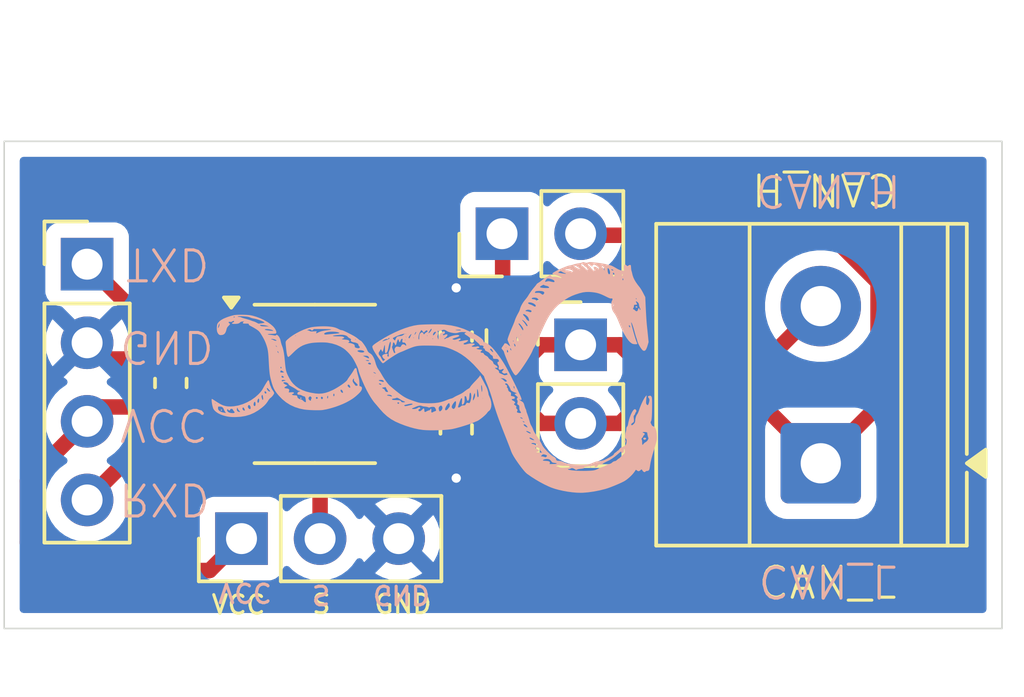
<source format=kicad_pcb>
(kicad_pcb (version 20241229) (generator "pcbnew") (generator_version "9.0")
  (title_block (title "TJA1051 Breakout Board") (rev "V1.1"))
  (layers (0 "F.Cu" signal) (2 "B.Cu" signal) (13 "F.Paste" user) (15 "B.Paste" user) (5 "F.SilkS" user "F.Silkscreen") (7 "B.SilkS" user "B.Silkscreen") (1 "F.Mask" user) (3 "B.Mask" user) (25 "Edge.Cuts" user))
  (net 0 "")
  (net 1 "GND")
  (net 3 "/TermRes_CANH")
  (net 4 "/RXD")
  (net 5 "/TXD")
  (net 6 "VCC")
  (net 7 "/CAN_S")
  (net 8 "/CAN-")
  (net 9 "/CAN+")
  (footprint "Connector_PinHeader_2.54mm:PinHeader_1x04_P2.54mm_Vertical" (layer "F.Cu") (at 93.47 88.81)
    (property "Reference" "J4" (hide yes))
    (property "Value" "Jumper")
    (pad "1" thru_hole rect (at 0 0) (size 1.7 1.7) (drill 1) (layers "*.Cu" "*.Mask") (net 5 "/TXD"))
    (pad "2" thru_hole circle (at 0 2.54) (size 1.7 1.7) (drill 1) (layers "*.Cu" "*.Mask") (net 1 "GND"))
    (pad "3" thru_hole circle (at 0 5.08) (size 1.7 1.7) (drill 1) (layers "*.Cu" "*.Mask") (net 6 "VCC"))
    (pad "4" thru_hole circle (at 0 7.62) (size 1.7 1.7) (drill 1) (layers "*.Cu" "*.Mask") (net 4 "/RXD"))
  )
  (footprint "Connector_PinHeader_2.54mm:PinHeader_1x03_P2.54mm_Vertical" (layer "F.Cu") (at 98.460001 97.68 90)
    (property "Reference" "J5" (hide yes))
    (property "Value" "CANS Jumper")
    (pad "1" thru_hole rect (at 0 0 90) (size 1.7 1.7) (drill 1) (layers "*.Cu" "*.Mask") (net 6 "VCC"))
    (pad "2" thru_hole circle (at 0 2.54 90) (size 1.7 1.7) (drill 1) (layers "*.Cu" "*.Mask") (net 7 "/CAN_S"))
    (pad "3" thru_hole circle (at 0 5.079999 90) (size 1.7 1.7) (drill 1) (layers "*.Cu" "*.Mask") (net 1 "GND"))
  )
  (footprint "Capacitor_SMD:C_0603_1608Metric" (layer "F.Cu") (at 105.4 94.15 -90)
    (property "Reference" "C1" (hide yes))
    (property "Value" "30pF")
    (pad "1" smd roundrect (at -0.775 0 270) (size 0.9 0.95) (layers "F.Cu" "F.Mask" "F.Paste") (net 8 "/CAN-"))
    (pad "2" smd roundrect (at 0.775 0 270) (size 0.9 0.95) (layers "F.Cu" "F.Mask" "F.Paste") (net 1 "GND"))
  )
  (footprint "Capacitor_SMD:C_0603_1608Metric" (layer "F.Cu") (at 105.4 91.15 90)
    (property "Reference" "C2" (hide yes))
    (property "Value" "30pF")
    (pad "1" smd roundrect (at -0.775 0 90) (size 0.9 0.95) (layers "F.Cu" "F.Mask" "F.Paste") (net 9 "/CAN+"))
    (pad "2" smd roundrect (at 0.775 0 90) (size 0.9 0.95) (layers "F.Cu" "F.Mask" "F.Paste") (net 1 "GND"))
  )
  (footprint "Package_SO:SOIC-8_3.9x4.9mm_P1.27mm" (layer "F.Cu") (at 100.83 92.679999)
    (property "Reference" "U1" (hide yes))
    (property "Value" "TJA1051T")
    (pad "1" smd roundrect (at -2.475 -1.905) (size 1.95 0.6) (layers "F.Cu" "F.Mask" "F.Paste") (net 5 "/TXD"))
    (pad "2" smd roundrect (at -2.475 -0.635) (size 1.95 0.6) (layers "F.Cu" "F.Mask" "F.Paste") (net 1 "GND"))
    (pad "3" smd roundrect (at -2.475 0.635) (size 1.95 0.6) (layers "F.Cu" "F.Mask" "F.Paste") (net 6 "VCC"))
    (pad "4" smd roundrect (at -2.475 1.905) (size 1.95 0.6) (layers "F.Cu" "F.Mask" "F.Paste") (net 4 "/RXD"))
    (pad "5" smd roundrect (at 2.475 1.905) (size 1.95 0.6) (layers "F.Cu" "F.Mask" "F.Paste"))
    (pad "6" smd roundrect (at 2.475 0.635) (size 1.95 0.6) (layers "F.Cu" "F.Mask" "F.Paste") (net 8 "/CAN-"))
    (pad "7" smd roundrect (at 2.475 -0.635) (size 1.95 0.6) (layers "F.Cu" "F.Mask" "F.Paste") (net 9 "/CAN+"))
    (pad "8" smd roundrect (at 2.475 -1.905) (size 1.95 0.6) (layers "F.Cu" "F.Mask" "F.Paste") (net 7 "/CAN_S"))
  )
  (footprint "Connector_PinHeader_2.54mm:PinHeader_1x02_P2.54mm_Vertical" (layer "F.Cu") (at 106.88 87.825 90)
    (property "Reference" "J1" (hide yes))
    (property "Value" "Termination Jumper")
    (pad "1" thru_hole rect (at 0 0 90) (size 1.7 1.7) (drill 1) (layers "*.Cu" "*.Mask") (net 3 "/TermRes_CANH"))
    (pad "2" thru_hole circle (at 0 2.54 90) (size 1.7 1.7) (drill 1) (layers "*.Cu" "*.Mask") (net 8 "/CAN-"))
  )
  (footprint "TerminalBlock_Phoenix:TerminalBlock_Phoenix_MKDS-1,5-2-5.08_1x02_P5.08mm_Horizontal" (layer "F.Cu") (at 117.1825 95.245001 90)
    (property "Reference" "J2" (hide yes))
    (property "Value" "Phoenix Block")
    (pad "1" thru_hole roundrect (at 0 0 90) (size 2.6 2.6) (drill 1.3) (layers "*.Cu" "*.Mask") (roundrect_rratio 0.096154) (net 8 "/CAN-"))
    (pad "2" thru_hole circle (at 5.079999 0 90) (size 2.6 2.6) (drill 1.3) (layers "*.Cu" "*.Mask") (net 9 "/CAN+"))
  )
  (footprint "Capacitor_SMD:C_0603_1608Metric" (layer "F.Cu") (at 96.175 92.65 90)
    (property "Reference" "C3" (hide yes))
    (property "Value" "0.1uF")
    (pad "1" smd roundrect (at -0.775 0 90) (size 0.9 0.95) (layers "F.Cu" "F.Mask" "F.Paste") (net 6 "VCC"))
    (pad "2" smd roundrect (at 0.775 0 90) (size 0.9 0.95) (layers "F.Cu" "F.Mask" "F.Paste") (net 1 "GND"))
  )
  (footprint "Connector_PinHeader_2.54mm:PinHeader_1x02_P2.54mm_Vertical" (layer "F.Cu") (at 109.42 91.415)
    (property "Reference" "J3" (hide yes))
    (property "Value" "CAN Jumper")
    (pad "1" thru_hole rect (at 0 0) (size 1.7 1.7) (drill 1) (layers "*.Cu" "*.Mask") (net 9 "/CAN+"))
    (pad "2" thru_hole circle (at 0 2.54) (size 1.7 1.7) (drill 1) (layers "*.Cu" "*.Mask") (net 8 "/CAN-"))
  )
  (footprint "Resistor_SMD:R_0603_1608Metric" (layer "F.Cu") (at 106.9 91.175 -90)
    (property "Reference" "R1" (hide yes))
    (property "Value" "120")
    (pad "1" smd roundrect (at -0.825 0 270) (size 0.8 0.95) (layers "F.Cu" "F.Mask" "F.Paste") (net 3 "/TermRes_CANH"))
    (pad "2" smd roundrect (at 0.825 0 270) (size 0.8 0.95) (layers "F.Cu" "F.Mask" "F.Paste") (net 9 "/CAN+"))
  )
  (footprint "LOGO" (layer "B.Cu") (at 104.647099 92.495995 90)
    (property "Reference" "G***" (hide yes))
    (property "Value" "LOGO" (hide yes))
  )
  (gr_rect (start 90.79 84.839999) (end 123.04 100.584999) (stroke (width 0.05)) (fill no) (layer "Edge.Cuts"))
  (gr_text "CAN_L" (at 115.1 99.7 0) (layer "F.SilkS") (effects (font (size 1 1) (thickness 0.1)) (justify left bottom)))
  (gr_text "VCC" (at 97.44 100.17 0) (layer "F.SilkS") (effects (font (size 0.6 0.6) (thickness 0.1)) (justify left bottom)))
  (gr_text "S" (at 100.69 100.15 0) (layer "F.SilkS") (effects (font (size 0.6 0.6) (thickness 0.1)) (justify left bottom)))
  (gr_text "GND" (at 102.7 100.15 0) (layer "F.SilkS") (effects (font (size 0.6 0.6) (thickness 0.1)) (justify left bottom)))
  (gr_text "CAN_H" (at 119.725 85.8 180) (layer "F.SilkS") (effects (font (size 1 1) (thickness 0.1)) (justify left bottom)))
  (gr_text "GND" (at 94.46 90.89 180) (layer "B.SilkS") (effects (font (size 1 1) (thickness 0.1)) (justify left bottom mirror)))
  (gr_text "S" (at 100.68 99.14 180) (layer "B.SilkS") (effects (font (size 0.6 0.6) (thickness 0.1)) (justify left bottom mirror)))
  (gr_text "RXD" (at 94.43 95.82 180) (layer "B.SilkS") (effects (font (size 1 1) (thickness 0.1)) (justify left bottom mirror)))
  (gr_text "VCC" (at 97.65 99.07 180) (layer "B.SilkS") (effects (font (size 0.6 0.6) (thickness 0.1)) (justify left bottom mirror)))
  (gr_text "VCC" (at 94.46 93.41 180) (layer "B.SilkS") (effects (font (size 1 1) (thickness 0.1)) (justify left bottom mirror)))
  (gr_text "GND" (at 102.65 99.14 180) (layer "B.SilkS") (effects (font (size 0.6 0.6) (thickness 0.1)) (justify left bottom mirror)))
  (gr_text "CAN_L" (at 115.1 98.475 180) (layer "B.SilkS") (effects (font (size 1 1) (thickness 0.1)) (justify left bottom mirror)))
  (gr_text "CAN_H" (at 115 85.85 180) (layer "B.SilkS") (effects (font (size 1 1) (thickness 0.1)) (justify left bottom mirror)))
  (gr_text "TXD" (at 94.65 88.22 180) (layer "B.SilkS") (effects (font (size 1 1) (thickness 0.1)) (justify left bottom mirror)))
  (segment (start 105.4 89.575) (end 105.4 90.375) (width 0.5) (layer "F.Cu") (net 1))
  (segment (start 98.355 92.044999) (end 96.344999 92.044999) (width 0.5) (layer "F.Cu") (net 1))
  (segment (start 96.344999 92.044999) (end 96.175 91.875) (width 0.5) (layer "F.Cu") (net 1))
  (segment (start 93.995 91.875) (end 96.175 91.875) (width 0.5) (layer "F.Cu") (net 1))
  (segment (start 105.4 95.725) (end 105.4 94.925) (width 0.5) (layer "F.Cu") (net 1))
  (segment (start 93.47 91.35) (end 93.995 91.875) (width 0.5) (layer "F.Cu") (net 1))
  (via (at 105.4 95.725) (size 0.6) (drill 0.3) (layers "F.Cu" "B.Cu") (net 1))
  (via (at 105.4 89.575) (size 0.6) (drill 0.3) (layers "F.Cu" "B.Cu") (net 1))
  (segment (start 93.48 91.36) (end 93.47 91.35) (width 0.5) (layer "B.Cu") (net 1))
  (segment (start 106.9 90.35) (end 106.9 87.89) (width 0.5) (layer "F.Cu") (net 3))
  (segment (start 106.9 87.89) (end 106.885 87.875) (width 0.5) (layer "F.Cu") (net 3))
  (segment (start 98.355 94.584999) (end 95.315001 94.584999) (width 0.5) (layer "F.Cu") (net 4))
  (segment (start 95.315001 94.584999) (end 93.47 96.43) (width 0.5) (layer "F.Cu") (net 4))
  (segment (start 95.434999 90.774999) (end 93.47 88.81) (width 0.5) (layer "F.Cu") (net 5))
  (segment (start 98.355 90.774999) (end 95.434999 90.774999) (width 0.5) (layer "F.Cu") (net 5))
  (segment (start 97.430001 98.71) (end 98.460001 97.68) (width 0.5) (layer "F.Cu") (net 6))
  (segment (start 96.285001 93.314999) (end 96.175 93.425) (width 0.5) (layer "F.Cu") (net 6))
  (segment (start 93.47 93.89) (end 91.541 95.819) (width 0.5) (layer "F.Cu") (net 6))
  (segment (start 91.541 95.819) (end 91.541 97.801) (width 0.5) (layer "F.Cu") (net 6))
  (segment (start 93.935 93.425) (end 96.175 93.425) (width 0.5) (layer "F.Cu") (net 6))
  (segment (start 92.45 98.71) (end 97.430001 98.71) (width 0.5) (layer "F.Cu") (net 6))
  (segment (start 91.541 97.801) (end 92.45 98.71) (width 0.5) (layer "F.Cu") (net 6))
  (segment (start 93.47 93.89) (end 93.935 93.425) (width 0.5) (layer "F.Cu") (net 6))
  (segment (start 98.355 93.314999) (end 96.285001 93.314999) (width 0.5) (layer "F.Cu") (net 6))
  (segment (start 101 92.105) (end 102.330001 90.774999) (width 0.5) (layer "F.Cu") (net 7))
  (segment (start 101.000001 95) (end 101 94.999999) (width 0.5) (layer "F.Cu") (net 7))
  (segment (start 102.330001 90.774999) (end 103.305 90.774999) (width 0.5) (layer "F.Cu") (net 7))
  (segment (start 101.000001 97.634998) (end 101.000001 95) (width 0.5) (layer "F.Cu") (net 7))
  (segment (start 101.000001 97.68) (end 101 97.680001) (width 0.5) (layer "F.Cu") (net 7))
  (segment (start 101 94.999999) (end 101 92.105) (width 0.5) (layer "F.Cu") (net 7))
  (segment (start 111.565001 93.085) (end 111.89 93.085) (width 0.5) (layer "F.Cu") (net 8))
  (segment (start 103.305 93.314999) (end 104.767501 93.314999) (width 0.5) (layer "F.Cu") (net 8))
  (segment (start 104.767501 93.314999) (end 105.002501 93.079999) (width 0.5) (layer "F.Cu") (net 8))
  (segment (start 107.274999 93.085) (end 108.144999 93.955) (width 0.5) (layer "F.Cu") (net 8))
  (segment (start 105.002501 93.079999) (end 106.13 93.079999) (width 0.5) (layer "F.Cu") (net 8))
  (segment (start 119.0335 93.394001) (end 117.1825 95.245001) (width 0.5) (layer "F.Cu") (net 8))
  (segment (start 117.510208 87.875) (end 117.680104 88.044896) (width 0.5) (layer "F.Cu") (net 8))
  (segment (start 109.425 87.875) (end 117.510208 87.875) (width 0.5) (layer "F.Cu") (net 8))
  (segment (start 106.135001 93.085) (end 107.274999 93.085) (width 0.5) (layer "F.Cu") (net 8))
  (segment (start 115.0425 93.105002) (end 117.182499 95.245001) (width 0.5) (layer "F.Cu") (net 8))
  (segment (start 108.144999 93.955) (end 109.42 93.955) (width 0.5) (layer "F.Cu") (net 8))
  (segment (start 111.910002 93.105002) (end 115.0425 93.105002) (width 0.5) (layer "F.Cu") (net 8))
  (segment (start 110.695001 93.955) (end 111.565001 93.085) (width 0.5) (layer "F.Cu") (net 8))
  (segment (start 117.680104 88.044896) (end 119.0335 89.398292) (width 0.5) (layer "F.Cu") (net 8))
  (segment (start 119.0335 89.398292) (end 119.0335 93.394001) (width 0.5) (layer "F.Cu") (net 8))
  (segment (start 106.13 93.079999) (end 106.135001 93.085) (width 0.5) (layer "F.Cu") (net 8))
  (segment (start 109.42 93.955) (end 110.695001 93.955) (width 0.5) (layer "F.Cu") (net 8))
  (segment (start 117.182499 95.245001) (end 117.1825 95.245001) (width 0.5) (layer "F.Cu") (net 8))
  (segment (start 111.89 93.085) (end 111.910002 93.105002) (width 0.5) (layer "F.Cu") (net 8))
  (segment (start 103.305 92.044999) (end 104.767501 92.044999) (width 0.5) (layer "F.Cu") (net 9))
  (segment (start 105.002501 92.279999) (end 106.436144 92.279999) (width 0.5) (layer "F.Cu") (net 9))
  (segment (start 111.565001 92.285) (end 112.196144 92.285) (width 0.5) (layer "F.Cu") (net 9))
  (segment (start 107.274999 92.285) (end 106.875 92.285) (width 0.5) (layer "F.Cu") (net 9))
  (segment (start 112.196144 92.285) (end 112.216146 92.305002) (width 0.5) (layer "F.Cu") (net 9))
  (segment (start 106.436144 92.279999) (end 106.441145 92.285) (width 0.5) (layer "F.Cu") (net 9))
  (segment (start 115.0425 92.305002) (end 117.1825 90.165002) (width 0.5) (layer "F.Cu") (net 9))
  (segment (start 104.767501 92.044999) (end 105.002501 92.279999) (width 0.5) (layer "F.Cu") (net 9))
  (segment (start 109.42 91.415) (end 110.695001 91.415) (width 0.5) (layer "F.Cu") (net 9))
  (segment (start 110.695001 91.415) (end 111.565001 92.285) (width 0.5) (layer "F.Cu") (net 9))
  (segment (start 112.216146 92.305002) (end 115.0425 92.305002) (width 0.5) (layer "F.Cu") (net 9))
  (segment (start 106.875 92.285) (end 106.441145 92.285) (width 0.5) (layer "F.Cu") (net 9))
  (segment (start 108.144999 91.415) (end 109.42 91.415) (width 0.5) (layer "F.Cu") (net 9))
  (segment (start 107.274999 92.285) (end 108.144999 91.415) (width 0.5) (layer "F.Cu") (net 9))
  (zone (net 1) (net_name "GND") (layer "B.Cu") (connect_pads (clearance 0.5)) (min_thickness 0.25) (fill yes (thermal_gap 0.5) (thermal_bridge_width 0.5))
    (polygon (pts (xy 90.77 84.82) (xy 123.05 84.83) (xy 123.06 100.6) (xy 90.78 100.6)))
  )
)
</source>
